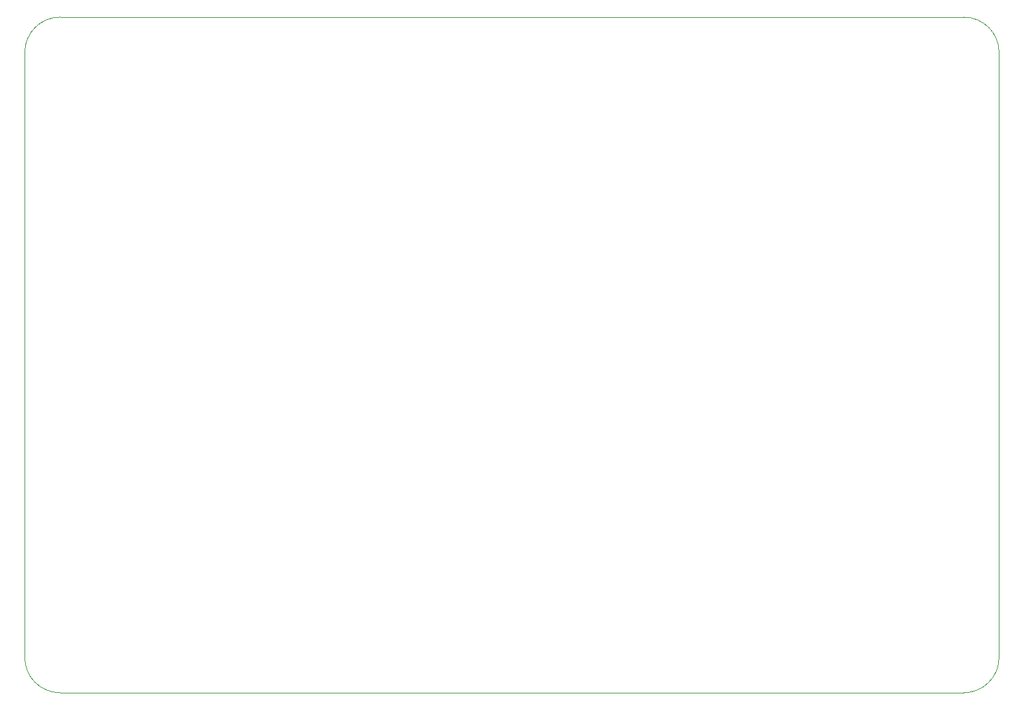
<source format=gbr>
%TF.GenerationSoftware,KiCad,Pcbnew,8.0.6*%
%TF.CreationDate,2024-11-18T15:04:43+07:00*%
%TF.ProjectId,RC-Transmitter,52432d54-7261-46e7-936d-69747465722e,V1.02*%
%TF.SameCoordinates,Original*%
%TF.FileFunction,Profile,NP*%
%FSLAX46Y46*%
G04 Gerber Fmt 4.6, Leading zero omitted, Abs format (unit mm)*
G04 Created by KiCad (PCBNEW 8.0.6) date 2024-11-18 15:04:43*
%MOMM*%
%LPD*%
G01*
G04 APERTURE LIST*
%TA.AperFunction,Profile*%
%ADD10C,0.100000*%
%TD*%
G04 APERTURE END LIST*
D10*
X198700000Y-55880000D02*
G75*
G02*
X203200000Y-60380000I0J-4500000D01*
G01*
X203200000Y-60380000D02*
X203200000Y-137740000D01*
X78740000Y-137740000D02*
X78740000Y-60380000D01*
X203200000Y-137740000D02*
G75*
G02*
X198700000Y-142240000I-4500000J0D01*
G01*
X83240000Y-142240000D02*
G75*
G02*
X78740000Y-137740000I0J4500000D01*
G01*
X78740000Y-60380000D02*
G75*
G02*
X83240000Y-55880000I4500000J0D01*
G01*
X198700000Y-142240000D02*
X83240000Y-142240000D01*
X83240000Y-55880000D02*
X198700000Y-55880000D01*
M02*

</source>
